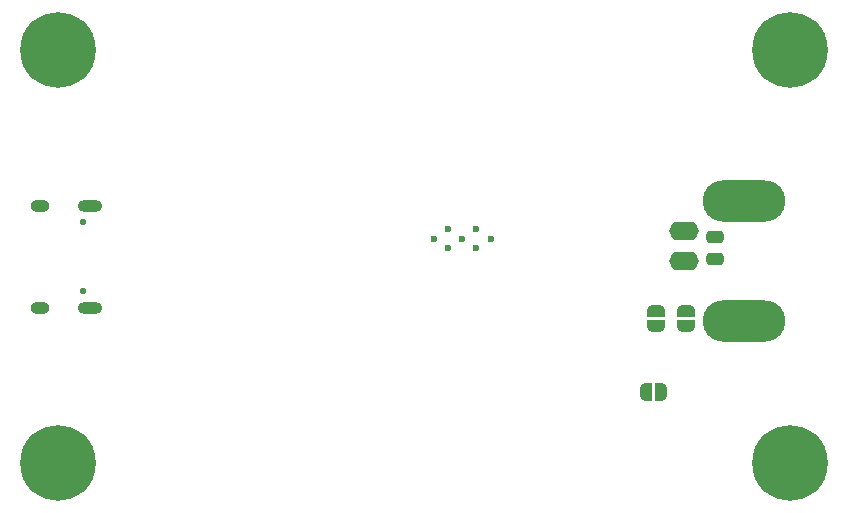
<source format=gbr>
%TF.GenerationSoftware,KiCad,Pcbnew,(6.0.0)*%
%TF.CreationDate,2022-03-21T15:30:00+00:00*%
%TF.ProjectId,uSMU_v10,75534d55-5f76-4313-902e-6b696361645f,rev?*%
%TF.SameCoordinates,Original*%
%TF.FileFunction,Soldermask,Bot*%
%TF.FilePolarity,Negative*%
%FSLAX46Y46*%
G04 Gerber Fmt 4.6, Leading zero omitted, Abs format (unit mm)*
G04 Created by KiCad (PCBNEW (6.0.0)) date 2022-03-21 15:30:00*
%MOMM*%
%LPD*%
G01*
G04 APERTURE LIST*
G04 Aperture macros list*
%AMRoundRect*
0 Rectangle with rounded corners*
0 $1 Rounding radius*
0 $2 $3 $4 $5 $6 $7 $8 $9 X,Y pos of 4 corners*
0 Add a 4 corners polygon primitive as box body*
4,1,4,$2,$3,$4,$5,$6,$7,$8,$9,$2,$3,0*
0 Add four circle primitives for the rounded corners*
1,1,$1+$1,$2,$3*
1,1,$1+$1,$4,$5*
1,1,$1+$1,$6,$7*
1,1,$1+$1,$8,$9*
0 Add four rect primitives between the rounded corners*
20,1,$1+$1,$2,$3,$4,$5,0*
20,1,$1+$1,$4,$5,$6,$7,0*
20,1,$1+$1,$6,$7,$8,$9,0*
20,1,$1+$1,$8,$9,$2,$3,0*%
%AMFreePoly0*
4,1,19,0.150000,0.259808,0.229813,0.192836,0.281908,0.102606,0.300000,0.000000,0.281908,-0.102606,0.229813,-0.192836,0.150000,-0.259808,0.052094,-0.295442,-0.052094,-0.295442,-0.150000,-0.259808,-0.229813,-0.192836,-0.281908,-0.102606,-0.300000,0.000000,-0.281908,0.102606,-0.229813,0.192836,-0.150000,0.259808,-0.052094,0.295442,0.052094,0.295442,0.150000,0.259808,0.150000,0.259808,
$1*%
%AMFreePoly1*
4,1,22,0.500000,-0.750000,0.000000,-0.750000,0.000000,-0.745033,-0.079941,-0.743568,-0.215256,-0.701293,-0.333266,-0.622738,-0.424486,-0.514219,-0.481581,-0.384460,-0.499164,-0.250000,-0.500000,-0.250000,-0.500000,0.250000,-0.499164,0.250000,-0.499963,0.256109,-0.478152,0.396186,-0.417904,0.524511,-0.324060,0.630769,-0.204165,0.706417,-0.067858,0.745374,0.000000,0.744959,0.000000,0.750000,
0.500000,0.750000,0.500000,-0.750000,0.500000,-0.750000,$1*%
%AMFreePoly2*
4,1,20,0.000000,0.744959,0.073905,0.744508,0.209726,0.703889,0.328688,0.626782,0.421226,0.519385,0.479903,0.390333,0.500000,0.250000,0.500000,-0.250000,0.499851,-0.262216,0.476331,-0.402017,0.414519,-0.529596,0.319384,-0.634700,0.198574,-0.708877,0.061801,-0.746166,0.000000,-0.745033,0.000000,-0.750000,-0.500000,-0.750000,-0.500000,0.750000,0.000000,0.750000,0.000000,0.744959,
0.000000,0.744959,$1*%
G04 Aperture macros list end*
%ADD10C,0.600000*%
%ADD11O,2.500000X1.600000*%
%ADD12O,7.000000X3.500000*%
%ADD13C,0.800000*%
%ADD14C,6.400000*%
%ADD15O,1.600000X1.000000*%
%ADD16FreePoly0,270.000000*%
%ADD17O,2.100000X1.000000*%
%ADD18FreePoly1,0.000000*%
%ADD19FreePoly2,0.000000*%
%ADD20FreePoly1,90.000000*%
%ADD21FreePoly2,90.000000*%
%ADD22RoundRect,0.250000X0.475000X-0.250000X0.475000X0.250000X-0.475000X0.250000X-0.475000X-0.250000X0*%
%ADD23FreePoly1,270.000000*%
%ADD24FreePoly2,270.000000*%
G04 APERTURE END LIST*
D10*
%TO.C,U10*%
X145225000Y-104000000D03*
X144025000Y-104800000D03*
X146425000Y-104800000D03*
X147625000Y-104000000D03*
X146425000Y-103200000D03*
X144025000Y-103200000D03*
X142825000Y-104000000D03*
%TD*%
D11*
%TO.C,J3*%
X164000000Y-105875000D03*
X164000000Y-103335000D03*
D12*
X169080000Y-100795000D03*
X169080000Y-110955000D03*
%TD*%
D13*
%TO.C,H4*%
X171302944Y-121302944D03*
X173000000Y-125400000D03*
X171302944Y-124697056D03*
X170600000Y-123000000D03*
X175400000Y-123000000D03*
X174697056Y-121302944D03*
X174697056Y-124697056D03*
D14*
X173000000Y-123000000D03*
D13*
X173000000Y-120600000D03*
%TD*%
%TO.C,H1*%
X109302944Y-86302944D03*
X113400000Y-88000000D03*
X111000000Y-90400000D03*
X111000000Y-85600000D03*
X112697056Y-86302944D03*
X108600000Y-88000000D03*
D14*
X111000000Y-88000000D03*
D13*
X109302944Y-89697056D03*
X112697056Y-89697056D03*
%TD*%
D15*
%TO.C,J2*%
X109505000Y-109845000D03*
D16*
X113155000Y-108415000D03*
X113155000Y-102635000D03*
D15*
X109505000Y-101205000D03*
D17*
X113685000Y-109845000D03*
X113685000Y-101205000D03*
%TD*%
D13*
%TO.C,H2*%
X174697056Y-86302944D03*
X173000000Y-90400000D03*
D14*
X173000000Y-88000000D03*
D13*
X174697056Y-89697056D03*
X170600000Y-88000000D03*
X171302944Y-86302944D03*
X171302944Y-89697056D03*
X175400000Y-88000000D03*
X173000000Y-85600000D03*
%TD*%
%TO.C,H3*%
X112697056Y-121302944D03*
X111000000Y-125400000D03*
X109302944Y-121302944D03*
X113400000Y-123000000D03*
X111000000Y-120600000D03*
D14*
X111000000Y-123000000D03*
D13*
X109302944Y-124697056D03*
X112697056Y-124697056D03*
X108600000Y-123000000D03*
%TD*%
D18*
%TO.C,JP4*%
X160750000Y-117000000D03*
D19*
X162050000Y-117000000D03*
%TD*%
D20*
%TO.C,JP2*%
X161600000Y-111400000D03*
D21*
X161600000Y-110100000D03*
%TD*%
D22*
%TO.C,C45*%
X166600000Y-105750000D03*
X166600000Y-103850000D03*
%TD*%
D23*
%TO.C,JP3*%
X164200000Y-110100000D03*
D24*
X164200000Y-111400000D03*
%TD*%
M02*

</source>
